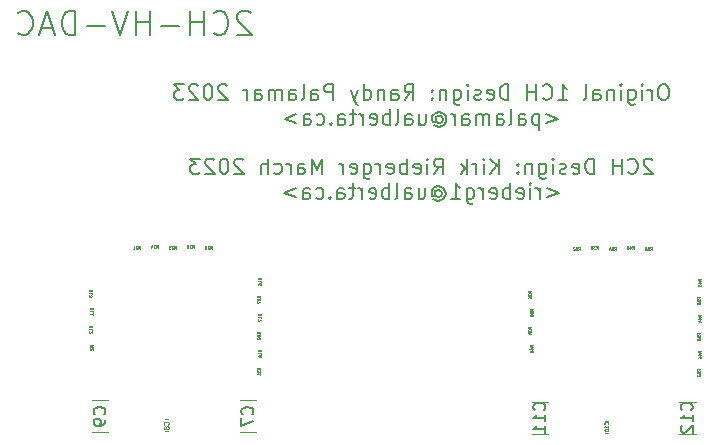
<source format=gbr>
%TF.GenerationSoftware,KiCad,Pcbnew,(6.0.1)*%
%TF.CreationDate,2023-03-14T12:55:58-06:00*%
%TF.ProjectId,SPARC,53504152-432e-46b6-9963-61645f706362,01*%
%TF.SameCoordinates,Original*%
%TF.FileFunction,Legend,Bot*%
%TF.FilePolarity,Positive*%
%FSLAX46Y46*%
G04 Gerber Fmt 4.6, Leading zero omitted, Abs format (unit mm)*
G04 Created by KiCad (PCBNEW (6.0.1)) date 2023-03-14 12:55:58*
%MOMM*%
%LPD*%
G01*
G04 APERTURE LIST*
%ADD10C,0.150000*%
%ADD11C,0.200000*%
%ADD12C,0.062500*%
%ADD13C,0.100000*%
%ADD14C,0.075000*%
%ADD15C,0.120000*%
G04 APERTURE END LIST*
D10*
X108957142Y-46895238D02*
X108861904Y-46800000D01*
X108671428Y-46704761D01*
X108195238Y-46704761D01*
X108004761Y-46800000D01*
X107909523Y-46895238D01*
X107814285Y-47085714D01*
X107814285Y-47276190D01*
X107909523Y-47561904D01*
X109052380Y-48704761D01*
X107814285Y-48704761D01*
X105814285Y-48514285D02*
X105909523Y-48609523D01*
X106195238Y-48704761D01*
X106385714Y-48704761D01*
X106671428Y-48609523D01*
X106861904Y-48419047D01*
X106957142Y-48228571D01*
X107052380Y-47847619D01*
X107052380Y-47561904D01*
X106957142Y-47180952D01*
X106861904Y-46990476D01*
X106671428Y-46800000D01*
X106385714Y-46704761D01*
X106195238Y-46704761D01*
X105909523Y-46800000D01*
X105814285Y-46895238D01*
X104957142Y-48704761D02*
X104957142Y-46704761D01*
X104957142Y-47657142D02*
X103814285Y-47657142D01*
X103814285Y-48704761D02*
X103814285Y-46704761D01*
X102861904Y-47942857D02*
X101338095Y-47942857D01*
X100385714Y-48704761D02*
X100385714Y-46704761D01*
X100385714Y-47657142D02*
X99242857Y-47657142D01*
X99242857Y-48704761D02*
X99242857Y-46704761D01*
X98576190Y-46704761D02*
X97909523Y-48704761D01*
X97242857Y-46704761D01*
X96576190Y-47942857D02*
X95052380Y-47942857D01*
X94100000Y-48704761D02*
X94100000Y-46704761D01*
X93623809Y-46704761D01*
X93338095Y-46800000D01*
X93147619Y-46990476D01*
X93052380Y-47180952D01*
X92957142Y-47561904D01*
X92957142Y-47847619D01*
X93052380Y-48228571D01*
X93147619Y-48419047D01*
X93338095Y-48609523D01*
X93623809Y-48704761D01*
X94100000Y-48704761D01*
X92195238Y-48133333D02*
X91242857Y-48133333D01*
X92385714Y-48704761D02*
X91719047Y-46704761D01*
X91052380Y-48704761D01*
X89242857Y-48514285D02*
X89338095Y-48609523D01*
X89623809Y-48704761D01*
X89814285Y-48704761D01*
X90100000Y-48609523D01*
X90290476Y-48419047D01*
X90385714Y-48228571D01*
X90480952Y-47847619D01*
X90480952Y-47561904D01*
X90385714Y-47180952D01*
X90290476Y-46990476D01*
X90100000Y-46800000D01*
X89814285Y-46704761D01*
X89623809Y-46704761D01*
X89338095Y-46800000D01*
X89242857Y-46895238D01*
D11*
X144014285Y-52902095D02*
X143766666Y-52902095D01*
X143642857Y-52964000D01*
X143519047Y-53087809D01*
X143457142Y-53335428D01*
X143457142Y-53768761D01*
X143519047Y-54016380D01*
X143642857Y-54140190D01*
X143766666Y-54202095D01*
X144014285Y-54202095D01*
X144138095Y-54140190D01*
X144261904Y-54016380D01*
X144323809Y-53768761D01*
X144323809Y-53335428D01*
X144261904Y-53087809D01*
X144138095Y-52964000D01*
X144014285Y-52902095D01*
X142900000Y-54202095D02*
X142900000Y-53335428D01*
X142900000Y-53583047D02*
X142838095Y-53459238D01*
X142776190Y-53397333D01*
X142652380Y-53335428D01*
X142528571Y-53335428D01*
X142095238Y-54202095D02*
X142095238Y-53335428D01*
X142095238Y-52902095D02*
X142157142Y-52964000D01*
X142095238Y-53025904D01*
X142033333Y-52964000D01*
X142095238Y-52902095D01*
X142095238Y-53025904D01*
X140919047Y-53335428D02*
X140919047Y-54387809D01*
X140980952Y-54511619D01*
X141042857Y-54573523D01*
X141166666Y-54635428D01*
X141352380Y-54635428D01*
X141476190Y-54573523D01*
X140919047Y-54140190D02*
X141042857Y-54202095D01*
X141290476Y-54202095D01*
X141414285Y-54140190D01*
X141476190Y-54078285D01*
X141538095Y-53954476D01*
X141538095Y-53583047D01*
X141476190Y-53459238D01*
X141414285Y-53397333D01*
X141290476Y-53335428D01*
X141042857Y-53335428D01*
X140919047Y-53397333D01*
X140300000Y-54202095D02*
X140300000Y-53335428D01*
X140300000Y-52902095D02*
X140361904Y-52964000D01*
X140300000Y-53025904D01*
X140238095Y-52964000D01*
X140300000Y-52902095D01*
X140300000Y-53025904D01*
X139680952Y-53335428D02*
X139680952Y-54202095D01*
X139680952Y-53459238D02*
X139619047Y-53397333D01*
X139495238Y-53335428D01*
X139309523Y-53335428D01*
X139185714Y-53397333D01*
X139123809Y-53521142D01*
X139123809Y-54202095D01*
X137947619Y-54202095D02*
X137947619Y-53521142D01*
X138009523Y-53397333D01*
X138133333Y-53335428D01*
X138380952Y-53335428D01*
X138504761Y-53397333D01*
X137947619Y-54140190D02*
X138071428Y-54202095D01*
X138380952Y-54202095D01*
X138504761Y-54140190D01*
X138566666Y-54016380D01*
X138566666Y-53892571D01*
X138504761Y-53768761D01*
X138380952Y-53706857D01*
X138071428Y-53706857D01*
X137947619Y-53644952D01*
X137142857Y-54202095D02*
X137266666Y-54140190D01*
X137328571Y-54016380D01*
X137328571Y-52902095D01*
X134976190Y-54202095D02*
X135719047Y-54202095D01*
X135347619Y-54202095D02*
X135347619Y-52902095D01*
X135471428Y-53087809D01*
X135595238Y-53211619D01*
X135719047Y-53273523D01*
X133676190Y-54078285D02*
X133738095Y-54140190D01*
X133923809Y-54202095D01*
X134047619Y-54202095D01*
X134233333Y-54140190D01*
X134357142Y-54016380D01*
X134419047Y-53892571D01*
X134480952Y-53644952D01*
X134480952Y-53459238D01*
X134419047Y-53211619D01*
X134357142Y-53087809D01*
X134233333Y-52964000D01*
X134047619Y-52902095D01*
X133923809Y-52902095D01*
X133738095Y-52964000D01*
X133676190Y-53025904D01*
X133119047Y-54202095D02*
X133119047Y-52902095D01*
X133119047Y-53521142D02*
X132376190Y-53521142D01*
X132376190Y-54202095D02*
X132376190Y-52902095D01*
X130766666Y-54202095D02*
X130766666Y-52902095D01*
X130457142Y-52902095D01*
X130271428Y-52964000D01*
X130147619Y-53087809D01*
X130085714Y-53211619D01*
X130023809Y-53459238D01*
X130023809Y-53644952D01*
X130085714Y-53892571D01*
X130147619Y-54016380D01*
X130271428Y-54140190D01*
X130457142Y-54202095D01*
X130766666Y-54202095D01*
X128971428Y-54140190D02*
X129095238Y-54202095D01*
X129342857Y-54202095D01*
X129466666Y-54140190D01*
X129528571Y-54016380D01*
X129528571Y-53521142D01*
X129466666Y-53397333D01*
X129342857Y-53335428D01*
X129095238Y-53335428D01*
X128971428Y-53397333D01*
X128909523Y-53521142D01*
X128909523Y-53644952D01*
X129528571Y-53768761D01*
X128414285Y-54140190D02*
X128290476Y-54202095D01*
X128042857Y-54202095D01*
X127919047Y-54140190D01*
X127857142Y-54016380D01*
X127857142Y-53954476D01*
X127919047Y-53830666D01*
X128042857Y-53768761D01*
X128228571Y-53768761D01*
X128352380Y-53706857D01*
X128414285Y-53583047D01*
X128414285Y-53521142D01*
X128352380Y-53397333D01*
X128228571Y-53335428D01*
X128042857Y-53335428D01*
X127919047Y-53397333D01*
X127300000Y-54202095D02*
X127300000Y-53335428D01*
X127300000Y-52902095D02*
X127361904Y-52964000D01*
X127300000Y-53025904D01*
X127238095Y-52964000D01*
X127300000Y-52902095D01*
X127300000Y-53025904D01*
X126123809Y-53335428D02*
X126123809Y-54387809D01*
X126185714Y-54511619D01*
X126247619Y-54573523D01*
X126371428Y-54635428D01*
X126557142Y-54635428D01*
X126680952Y-54573523D01*
X126123809Y-54140190D02*
X126247619Y-54202095D01*
X126495238Y-54202095D01*
X126619047Y-54140190D01*
X126680952Y-54078285D01*
X126742857Y-53954476D01*
X126742857Y-53583047D01*
X126680952Y-53459238D01*
X126619047Y-53397333D01*
X126495238Y-53335428D01*
X126247619Y-53335428D01*
X126123809Y-53397333D01*
X125504761Y-53335428D02*
X125504761Y-54202095D01*
X125504761Y-53459238D02*
X125442857Y-53397333D01*
X125319047Y-53335428D01*
X125133333Y-53335428D01*
X125009523Y-53397333D01*
X124947619Y-53521142D01*
X124947619Y-54202095D01*
X124328571Y-54078285D02*
X124266666Y-54140190D01*
X124328571Y-54202095D01*
X124390476Y-54140190D01*
X124328571Y-54078285D01*
X124328571Y-54202095D01*
X124328571Y-53397333D02*
X124266666Y-53459238D01*
X124328571Y-53521142D01*
X124390476Y-53459238D01*
X124328571Y-53397333D01*
X124328571Y-53521142D01*
X121976190Y-54202095D02*
X122409523Y-53583047D01*
X122719047Y-54202095D02*
X122719047Y-52902095D01*
X122223809Y-52902095D01*
X122100000Y-52964000D01*
X122038095Y-53025904D01*
X121976190Y-53149714D01*
X121976190Y-53335428D01*
X122038095Y-53459238D01*
X122100000Y-53521142D01*
X122223809Y-53583047D01*
X122719047Y-53583047D01*
X120861904Y-54202095D02*
X120861904Y-53521142D01*
X120923809Y-53397333D01*
X121047619Y-53335428D01*
X121295238Y-53335428D01*
X121419047Y-53397333D01*
X120861904Y-54140190D02*
X120985714Y-54202095D01*
X121295238Y-54202095D01*
X121419047Y-54140190D01*
X121480952Y-54016380D01*
X121480952Y-53892571D01*
X121419047Y-53768761D01*
X121295238Y-53706857D01*
X120985714Y-53706857D01*
X120861904Y-53644952D01*
X120242857Y-53335428D02*
X120242857Y-54202095D01*
X120242857Y-53459238D02*
X120180952Y-53397333D01*
X120057142Y-53335428D01*
X119871428Y-53335428D01*
X119747619Y-53397333D01*
X119685714Y-53521142D01*
X119685714Y-54202095D01*
X118509523Y-54202095D02*
X118509523Y-52902095D01*
X118509523Y-54140190D02*
X118633333Y-54202095D01*
X118880952Y-54202095D01*
X119004761Y-54140190D01*
X119066666Y-54078285D01*
X119128571Y-53954476D01*
X119128571Y-53583047D01*
X119066666Y-53459238D01*
X119004761Y-53397333D01*
X118880952Y-53335428D01*
X118633333Y-53335428D01*
X118509523Y-53397333D01*
X118014285Y-53335428D02*
X117704761Y-54202095D01*
X117395238Y-53335428D02*
X117704761Y-54202095D01*
X117828571Y-54511619D01*
X117890476Y-54573523D01*
X118014285Y-54635428D01*
X115909523Y-54202095D02*
X115909523Y-52902095D01*
X115414285Y-52902095D01*
X115290476Y-52964000D01*
X115228571Y-53025904D01*
X115166666Y-53149714D01*
X115166666Y-53335428D01*
X115228571Y-53459238D01*
X115290476Y-53521142D01*
X115414285Y-53583047D01*
X115909523Y-53583047D01*
X114052380Y-54202095D02*
X114052380Y-53521142D01*
X114114285Y-53397333D01*
X114238095Y-53335428D01*
X114485714Y-53335428D01*
X114609523Y-53397333D01*
X114052380Y-54140190D02*
X114176190Y-54202095D01*
X114485714Y-54202095D01*
X114609523Y-54140190D01*
X114671428Y-54016380D01*
X114671428Y-53892571D01*
X114609523Y-53768761D01*
X114485714Y-53706857D01*
X114176190Y-53706857D01*
X114052380Y-53644952D01*
X113247619Y-54202095D02*
X113371428Y-54140190D01*
X113433333Y-54016380D01*
X113433333Y-52902095D01*
X112195238Y-54202095D02*
X112195238Y-53521142D01*
X112257142Y-53397333D01*
X112380952Y-53335428D01*
X112628571Y-53335428D01*
X112752380Y-53397333D01*
X112195238Y-54140190D02*
X112319047Y-54202095D01*
X112628571Y-54202095D01*
X112752380Y-54140190D01*
X112814285Y-54016380D01*
X112814285Y-53892571D01*
X112752380Y-53768761D01*
X112628571Y-53706857D01*
X112319047Y-53706857D01*
X112195238Y-53644952D01*
X111576190Y-54202095D02*
X111576190Y-53335428D01*
X111576190Y-53459238D02*
X111514285Y-53397333D01*
X111390476Y-53335428D01*
X111204761Y-53335428D01*
X111080952Y-53397333D01*
X111019047Y-53521142D01*
X111019047Y-54202095D01*
X111019047Y-53521142D02*
X110957142Y-53397333D01*
X110833333Y-53335428D01*
X110647619Y-53335428D01*
X110523809Y-53397333D01*
X110461904Y-53521142D01*
X110461904Y-54202095D01*
X109285714Y-54202095D02*
X109285714Y-53521142D01*
X109347619Y-53397333D01*
X109471428Y-53335428D01*
X109719047Y-53335428D01*
X109842857Y-53397333D01*
X109285714Y-54140190D02*
X109409523Y-54202095D01*
X109719047Y-54202095D01*
X109842857Y-54140190D01*
X109904761Y-54016380D01*
X109904761Y-53892571D01*
X109842857Y-53768761D01*
X109719047Y-53706857D01*
X109409523Y-53706857D01*
X109285714Y-53644952D01*
X108666666Y-54202095D02*
X108666666Y-53335428D01*
X108666666Y-53583047D02*
X108604761Y-53459238D01*
X108542857Y-53397333D01*
X108419047Y-53335428D01*
X108295238Y-53335428D01*
X106933333Y-53025904D02*
X106871428Y-52964000D01*
X106747619Y-52902095D01*
X106438095Y-52902095D01*
X106314285Y-52964000D01*
X106252380Y-53025904D01*
X106190476Y-53149714D01*
X106190476Y-53273523D01*
X106252380Y-53459238D01*
X106995238Y-54202095D01*
X106190476Y-54202095D01*
X105385714Y-52902095D02*
X105261904Y-52902095D01*
X105138095Y-52964000D01*
X105076190Y-53025904D01*
X105014285Y-53149714D01*
X104952380Y-53397333D01*
X104952380Y-53706857D01*
X105014285Y-53954476D01*
X105076190Y-54078285D01*
X105138095Y-54140190D01*
X105261904Y-54202095D01*
X105385714Y-54202095D01*
X105509523Y-54140190D01*
X105571428Y-54078285D01*
X105633333Y-53954476D01*
X105695238Y-53706857D01*
X105695238Y-53397333D01*
X105633333Y-53149714D01*
X105571428Y-53025904D01*
X105509523Y-52964000D01*
X105385714Y-52902095D01*
X104457142Y-53025904D02*
X104395238Y-52964000D01*
X104271428Y-52902095D01*
X103961904Y-52902095D01*
X103838095Y-52964000D01*
X103776190Y-53025904D01*
X103714285Y-53149714D01*
X103714285Y-53273523D01*
X103776190Y-53459238D01*
X104519047Y-54202095D01*
X103714285Y-54202095D01*
X103280952Y-52902095D02*
X102476190Y-52902095D01*
X102909523Y-53397333D01*
X102723809Y-53397333D01*
X102600000Y-53459238D01*
X102538095Y-53521142D01*
X102476190Y-53644952D01*
X102476190Y-53954476D01*
X102538095Y-54078285D01*
X102600000Y-54140190D01*
X102723809Y-54202095D01*
X103095238Y-54202095D01*
X103219047Y-54140190D01*
X103280952Y-54078285D01*
X133985714Y-55428428D02*
X134976190Y-55799857D01*
X133985714Y-56171285D01*
X133366666Y-55428428D02*
X133366666Y-56728428D01*
X133366666Y-55490333D02*
X133242857Y-55428428D01*
X132995238Y-55428428D01*
X132871428Y-55490333D01*
X132809523Y-55552238D01*
X132747619Y-55676047D01*
X132747619Y-56047476D01*
X132809523Y-56171285D01*
X132871428Y-56233190D01*
X132995238Y-56295095D01*
X133242857Y-56295095D01*
X133366666Y-56233190D01*
X131633333Y-56295095D02*
X131633333Y-55614142D01*
X131695238Y-55490333D01*
X131819047Y-55428428D01*
X132066666Y-55428428D01*
X132190476Y-55490333D01*
X131633333Y-56233190D02*
X131757142Y-56295095D01*
X132066666Y-56295095D01*
X132190476Y-56233190D01*
X132252380Y-56109380D01*
X132252380Y-55985571D01*
X132190476Y-55861761D01*
X132066666Y-55799857D01*
X131757142Y-55799857D01*
X131633333Y-55737952D01*
X130828571Y-56295095D02*
X130952380Y-56233190D01*
X131014285Y-56109380D01*
X131014285Y-54995095D01*
X129776190Y-56295095D02*
X129776190Y-55614142D01*
X129838095Y-55490333D01*
X129961904Y-55428428D01*
X130209523Y-55428428D01*
X130333333Y-55490333D01*
X129776190Y-56233190D02*
X129900000Y-56295095D01*
X130209523Y-56295095D01*
X130333333Y-56233190D01*
X130395238Y-56109380D01*
X130395238Y-55985571D01*
X130333333Y-55861761D01*
X130209523Y-55799857D01*
X129900000Y-55799857D01*
X129776190Y-55737952D01*
X129157142Y-56295095D02*
X129157142Y-55428428D01*
X129157142Y-55552238D02*
X129095238Y-55490333D01*
X128971428Y-55428428D01*
X128785714Y-55428428D01*
X128661904Y-55490333D01*
X128600000Y-55614142D01*
X128600000Y-56295095D01*
X128600000Y-55614142D02*
X128538095Y-55490333D01*
X128414285Y-55428428D01*
X128228571Y-55428428D01*
X128104761Y-55490333D01*
X128042857Y-55614142D01*
X128042857Y-56295095D01*
X126866666Y-56295095D02*
X126866666Y-55614142D01*
X126928571Y-55490333D01*
X127052380Y-55428428D01*
X127300000Y-55428428D01*
X127423809Y-55490333D01*
X126866666Y-56233190D02*
X126990476Y-56295095D01*
X127300000Y-56295095D01*
X127423809Y-56233190D01*
X127485714Y-56109380D01*
X127485714Y-55985571D01*
X127423809Y-55861761D01*
X127300000Y-55799857D01*
X126990476Y-55799857D01*
X126866666Y-55737952D01*
X126247619Y-56295095D02*
X126247619Y-55428428D01*
X126247619Y-55676047D02*
X126185714Y-55552238D01*
X126123809Y-55490333D01*
X126000000Y-55428428D01*
X125876190Y-55428428D01*
X124638095Y-55676047D02*
X124700000Y-55614142D01*
X124823809Y-55552238D01*
X124947619Y-55552238D01*
X125071428Y-55614142D01*
X125133333Y-55676047D01*
X125195238Y-55799857D01*
X125195238Y-55923666D01*
X125133333Y-56047476D01*
X125071428Y-56109380D01*
X124947619Y-56171285D01*
X124823809Y-56171285D01*
X124700000Y-56109380D01*
X124638095Y-56047476D01*
X124638095Y-55552238D02*
X124638095Y-56047476D01*
X124576190Y-56109380D01*
X124514285Y-56109380D01*
X124390476Y-56047476D01*
X124328571Y-55923666D01*
X124328571Y-55614142D01*
X124452380Y-55428428D01*
X124638095Y-55304619D01*
X124885714Y-55242714D01*
X125133333Y-55304619D01*
X125319047Y-55428428D01*
X125442857Y-55614142D01*
X125504761Y-55861761D01*
X125442857Y-56109380D01*
X125319047Y-56295095D01*
X125133333Y-56418904D01*
X124885714Y-56480809D01*
X124638095Y-56418904D01*
X124452380Y-56295095D01*
X123214285Y-55428428D02*
X123214285Y-56295095D01*
X123771428Y-55428428D02*
X123771428Y-56109380D01*
X123709523Y-56233190D01*
X123585714Y-56295095D01*
X123400000Y-56295095D01*
X123276190Y-56233190D01*
X123214285Y-56171285D01*
X122038095Y-56295095D02*
X122038095Y-55614142D01*
X122100000Y-55490333D01*
X122223809Y-55428428D01*
X122471428Y-55428428D01*
X122595238Y-55490333D01*
X122038095Y-56233190D02*
X122161904Y-56295095D01*
X122471428Y-56295095D01*
X122595238Y-56233190D01*
X122657142Y-56109380D01*
X122657142Y-55985571D01*
X122595238Y-55861761D01*
X122471428Y-55799857D01*
X122161904Y-55799857D01*
X122038095Y-55737952D01*
X121233333Y-56295095D02*
X121357142Y-56233190D01*
X121419047Y-56109380D01*
X121419047Y-54995095D01*
X120738095Y-56295095D02*
X120738095Y-54995095D01*
X120738095Y-55490333D02*
X120614285Y-55428428D01*
X120366666Y-55428428D01*
X120242857Y-55490333D01*
X120180952Y-55552238D01*
X120119047Y-55676047D01*
X120119047Y-56047476D01*
X120180952Y-56171285D01*
X120242857Y-56233190D01*
X120366666Y-56295095D01*
X120614285Y-56295095D01*
X120738095Y-56233190D01*
X119066666Y-56233190D02*
X119190476Y-56295095D01*
X119438095Y-56295095D01*
X119561904Y-56233190D01*
X119623809Y-56109380D01*
X119623809Y-55614142D01*
X119561904Y-55490333D01*
X119438095Y-55428428D01*
X119190476Y-55428428D01*
X119066666Y-55490333D01*
X119004761Y-55614142D01*
X119004761Y-55737952D01*
X119623809Y-55861761D01*
X118447619Y-56295095D02*
X118447619Y-55428428D01*
X118447619Y-55676047D02*
X118385714Y-55552238D01*
X118323809Y-55490333D01*
X118200000Y-55428428D01*
X118076190Y-55428428D01*
X117828571Y-55428428D02*
X117333333Y-55428428D01*
X117642857Y-54995095D02*
X117642857Y-56109380D01*
X117580952Y-56233190D01*
X117457142Y-56295095D01*
X117333333Y-56295095D01*
X116342857Y-56295095D02*
X116342857Y-55614142D01*
X116404761Y-55490333D01*
X116528571Y-55428428D01*
X116776190Y-55428428D01*
X116900000Y-55490333D01*
X116342857Y-56233190D02*
X116466666Y-56295095D01*
X116776190Y-56295095D01*
X116900000Y-56233190D01*
X116961904Y-56109380D01*
X116961904Y-55985571D01*
X116900000Y-55861761D01*
X116776190Y-55799857D01*
X116466666Y-55799857D01*
X116342857Y-55737952D01*
X115723809Y-56171285D02*
X115661904Y-56233190D01*
X115723809Y-56295095D01*
X115785714Y-56233190D01*
X115723809Y-56171285D01*
X115723809Y-56295095D01*
X114547619Y-56233190D02*
X114671428Y-56295095D01*
X114919047Y-56295095D01*
X115042857Y-56233190D01*
X115104761Y-56171285D01*
X115166666Y-56047476D01*
X115166666Y-55676047D01*
X115104761Y-55552238D01*
X115042857Y-55490333D01*
X114919047Y-55428428D01*
X114671428Y-55428428D01*
X114547619Y-55490333D01*
X113433333Y-56295095D02*
X113433333Y-55614142D01*
X113495238Y-55490333D01*
X113619047Y-55428428D01*
X113866666Y-55428428D01*
X113990476Y-55490333D01*
X113433333Y-56233190D02*
X113557142Y-56295095D01*
X113866666Y-56295095D01*
X113990476Y-56233190D01*
X114052380Y-56109380D01*
X114052380Y-55985571D01*
X113990476Y-55861761D01*
X113866666Y-55799857D01*
X113557142Y-55799857D01*
X113433333Y-55737952D01*
X112814285Y-55428428D02*
X111823809Y-55799857D01*
X112814285Y-56171285D01*
X142961904Y-59304904D02*
X142900000Y-59243000D01*
X142776190Y-59181095D01*
X142466666Y-59181095D01*
X142342857Y-59243000D01*
X142280952Y-59304904D01*
X142219047Y-59428714D01*
X142219047Y-59552523D01*
X142280952Y-59738238D01*
X143023809Y-60481095D01*
X142219047Y-60481095D01*
X140919047Y-60357285D02*
X140980952Y-60419190D01*
X141166666Y-60481095D01*
X141290476Y-60481095D01*
X141476190Y-60419190D01*
X141600000Y-60295380D01*
X141661904Y-60171571D01*
X141723809Y-59923952D01*
X141723809Y-59738238D01*
X141661904Y-59490619D01*
X141600000Y-59366809D01*
X141476190Y-59243000D01*
X141290476Y-59181095D01*
X141166666Y-59181095D01*
X140980952Y-59243000D01*
X140919047Y-59304904D01*
X140361904Y-60481095D02*
X140361904Y-59181095D01*
X140361904Y-59800142D02*
X139619047Y-59800142D01*
X139619047Y-60481095D02*
X139619047Y-59181095D01*
X138009523Y-60481095D02*
X138009523Y-59181095D01*
X137700000Y-59181095D01*
X137514285Y-59243000D01*
X137390476Y-59366809D01*
X137328571Y-59490619D01*
X137266666Y-59738238D01*
X137266666Y-59923952D01*
X137328571Y-60171571D01*
X137390476Y-60295380D01*
X137514285Y-60419190D01*
X137700000Y-60481095D01*
X138009523Y-60481095D01*
X136214285Y-60419190D02*
X136338095Y-60481095D01*
X136585714Y-60481095D01*
X136709523Y-60419190D01*
X136771428Y-60295380D01*
X136771428Y-59800142D01*
X136709523Y-59676333D01*
X136585714Y-59614428D01*
X136338095Y-59614428D01*
X136214285Y-59676333D01*
X136152380Y-59800142D01*
X136152380Y-59923952D01*
X136771428Y-60047761D01*
X135657142Y-60419190D02*
X135533333Y-60481095D01*
X135285714Y-60481095D01*
X135161904Y-60419190D01*
X135100000Y-60295380D01*
X135100000Y-60233476D01*
X135161904Y-60109666D01*
X135285714Y-60047761D01*
X135471428Y-60047761D01*
X135595238Y-59985857D01*
X135657142Y-59862047D01*
X135657142Y-59800142D01*
X135595238Y-59676333D01*
X135471428Y-59614428D01*
X135285714Y-59614428D01*
X135161904Y-59676333D01*
X134542857Y-60481095D02*
X134542857Y-59614428D01*
X134542857Y-59181095D02*
X134604761Y-59243000D01*
X134542857Y-59304904D01*
X134480952Y-59243000D01*
X134542857Y-59181095D01*
X134542857Y-59304904D01*
X133366666Y-59614428D02*
X133366666Y-60666809D01*
X133428571Y-60790619D01*
X133490476Y-60852523D01*
X133614285Y-60914428D01*
X133800000Y-60914428D01*
X133923809Y-60852523D01*
X133366666Y-60419190D02*
X133490476Y-60481095D01*
X133738095Y-60481095D01*
X133861904Y-60419190D01*
X133923809Y-60357285D01*
X133985714Y-60233476D01*
X133985714Y-59862047D01*
X133923809Y-59738238D01*
X133861904Y-59676333D01*
X133738095Y-59614428D01*
X133490476Y-59614428D01*
X133366666Y-59676333D01*
X132747619Y-59614428D02*
X132747619Y-60481095D01*
X132747619Y-59738238D02*
X132685714Y-59676333D01*
X132561904Y-59614428D01*
X132376190Y-59614428D01*
X132252380Y-59676333D01*
X132190476Y-59800142D01*
X132190476Y-60481095D01*
X131571428Y-60357285D02*
X131509523Y-60419190D01*
X131571428Y-60481095D01*
X131633333Y-60419190D01*
X131571428Y-60357285D01*
X131571428Y-60481095D01*
X131571428Y-59676333D02*
X131509523Y-59738238D01*
X131571428Y-59800142D01*
X131633333Y-59738238D01*
X131571428Y-59676333D01*
X131571428Y-59800142D01*
X129961904Y-60481095D02*
X129961904Y-59181095D01*
X129219047Y-60481095D02*
X129776190Y-59738238D01*
X129219047Y-59181095D02*
X129961904Y-59923952D01*
X128661904Y-60481095D02*
X128661904Y-59614428D01*
X128661904Y-59181095D02*
X128723809Y-59243000D01*
X128661904Y-59304904D01*
X128600000Y-59243000D01*
X128661904Y-59181095D01*
X128661904Y-59304904D01*
X128042857Y-60481095D02*
X128042857Y-59614428D01*
X128042857Y-59862047D02*
X127980952Y-59738238D01*
X127919047Y-59676333D01*
X127795238Y-59614428D01*
X127671428Y-59614428D01*
X127238095Y-60481095D02*
X127238095Y-59181095D01*
X127114285Y-59985857D02*
X126742857Y-60481095D01*
X126742857Y-59614428D02*
X127238095Y-60109666D01*
X124452380Y-60481095D02*
X124885714Y-59862047D01*
X125195238Y-60481095D02*
X125195238Y-59181095D01*
X124700000Y-59181095D01*
X124576190Y-59243000D01*
X124514285Y-59304904D01*
X124452380Y-59428714D01*
X124452380Y-59614428D01*
X124514285Y-59738238D01*
X124576190Y-59800142D01*
X124700000Y-59862047D01*
X125195238Y-59862047D01*
X123895238Y-60481095D02*
X123895238Y-59614428D01*
X123895238Y-59181095D02*
X123957142Y-59243000D01*
X123895238Y-59304904D01*
X123833333Y-59243000D01*
X123895238Y-59181095D01*
X123895238Y-59304904D01*
X122780952Y-60419190D02*
X122904761Y-60481095D01*
X123152380Y-60481095D01*
X123276190Y-60419190D01*
X123338095Y-60295380D01*
X123338095Y-59800142D01*
X123276190Y-59676333D01*
X123152380Y-59614428D01*
X122904761Y-59614428D01*
X122780952Y-59676333D01*
X122719047Y-59800142D01*
X122719047Y-59923952D01*
X123338095Y-60047761D01*
X122161904Y-60481095D02*
X122161904Y-59181095D01*
X122161904Y-59676333D02*
X122038095Y-59614428D01*
X121790476Y-59614428D01*
X121666666Y-59676333D01*
X121604761Y-59738238D01*
X121542857Y-59862047D01*
X121542857Y-60233476D01*
X121604761Y-60357285D01*
X121666666Y-60419190D01*
X121790476Y-60481095D01*
X122038095Y-60481095D01*
X122161904Y-60419190D01*
X120490476Y-60419190D02*
X120614285Y-60481095D01*
X120861904Y-60481095D01*
X120985714Y-60419190D01*
X121047619Y-60295380D01*
X121047619Y-59800142D01*
X120985714Y-59676333D01*
X120861904Y-59614428D01*
X120614285Y-59614428D01*
X120490476Y-59676333D01*
X120428571Y-59800142D01*
X120428571Y-59923952D01*
X121047619Y-60047761D01*
X119871428Y-60481095D02*
X119871428Y-59614428D01*
X119871428Y-59862047D02*
X119809523Y-59738238D01*
X119747619Y-59676333D01*
X119623809Y-59614428D01*
X119500000Y-59614428D01*
X118509523Y-59614428D02*
X118509523Y-60666809D01*
X118571428Y-60790619D01*
X118633333Y-60852523D01*
X118757142Y-60914428D01*
X118942857Y-60914428D01*
X119066666Y-60852523D01*
X118509523Y-60419190D02*
X118633333Y-60481095D01*
X118880952Y-60481095D01*
X119004761Y-60419190D01*
X119066666Y-60357285D01*
X119128571Y-60233476D01*
X119128571Y-59862047D01*
X119066666Y-59738238D01*
X119004761Y-59676333D01*
X118880952Y-59614428D01*
X118633333Y-59614428D01*
X118509523Y-59676333D01*
X117395238Y-60419190D02*
X117519047Y-60481095D01*
X117766666Y-60481095D01*
X117890476Y-60419190D01*
X117952380Y-60295380D01*
X117952380Y-59800142D01*
X117890476Y-59676333D01*
X117766666Y-59614428D01*
X117519047Y-59614428D01*
X117395238Y-59676333D01*
X117333333Y-59800142D01*
X117333333Y-59923952D01*
X117952380Y-60047761D01*
X116776190Y-60481095D02*
X116776190Y-59614428D01*
X116776190Y-59862047D02*
X116714285Y-59738238D01*
X116652380Y-59676333D01*
X116528571Y-59614428D01*
X116404761Y-59614428D01*
X114980952Y-60481095D02*
X114980952Y-59181095D01*
X114547619Y-60109666D01*
X114114285Y-59181095D01*
X114114285Y-60481095D01*
X112938095Y-60481095D02*
X112938095Y-59800142D01*
X113000000Y-59676333D01*
X113123809Y-59614428D01*
X113371428Y-59614428D01*
X113495238Y-59676333D01*
X112938095Y-60419190D02*
X113061904Y-60481095D01*
X113371428Y-60481095D01*
X113495238Y-60419190D01*
X113557142Y-60295380D01*
X113557142Y-60171571D01*
X113495238Y-60047761D01*
X113371428Y-59985857D01*
X113061904Y-59985857D01*
X112938095Y-59923952D01*
X112319047Y-60481095D02*
X112319047Y-59614428D01*
X112319047Y-59862047D02*
X112257142Y-59738238D01*
X112195238Y-59676333D01*
X112071428Y-59614428D01*
X111947619Y-59614428D01*
X110957142Y-60419190D02*
X111080952Y-60481095D01*
X111328571Y-60481095D01*
X111452380Y-60419190D01*
X111514285Y-60357285D01*
X111576190Y-60233476D01*
X111576190Y-59862047D01*
X111514285Y-59738238D01*
X111452380Y-59676333D01*
X111328571Y-59614428D01*
X111080952Y-59614428D01*
X110957142Y-59676333D01*
X110400000Y-60481095D02*
X110400000Y-59181095D01*
X109842857Y-60481095D02*
X109842857Y-59800142D01*
X109904761Y-59676333D01*
X110028571Y-59614428D01*
X110214285Y-59614428D01*
X110338095Y-59676333D01*
X110400000Y-59738238D01*
X108295238Y-59304904D02*
X108233333Y-59243000D01*
X108109523Y-59181095D01*
X107800000Y-59181095D01*
X107676190Y-59243000D01*
X107614285Y-59304904D01*
X107552380Y-59428714D01*
X107552380Y-59552523D01*
X107614285Y-59738238D01*
X108357142Y-60481095D01*
X107552380Y-60481095D01*
X106747619Y-59181095D02*
X106623809Y-59181095D01*
X106500000Y-59243000D01*
X106438095Y-59304904D01*
X106376190Y-59428714D01*
X106314285Y-59676333D01*
X106314285Y-59985857D01*
X106376190Y-60233476D01*
X106438095Y-60357285D01*
X106500000Y-60419190D01*
X106623809Y-60481095D01*
X106747619Y-60481095D01*
X106871428Y-60419190D01*
X106933333Y-60357285D01*
X106995238Y-60233476D01*
X107057142Y-59985857D01*
X107057142Y-59676333D01*
X106995238Y-59428714D01*
X106933333Y-59304904D01*
X106871428Y-59243000D01*
X106747619Y-59181095D01*
X105819047Y-59304904D02*
X105757142Y-59243000D01*
X105633333Y-59181095D01*
X105323809Y-59181095D01*
X105200000Y-59243000D01*
X105138095Y-59304904D01*
X105076190Y-59428714D01*
X105076190Y-59552523D01*
X105138095Y-59738238D01*
X105880952Y-60481095D01*
X105076190Y-60481095D01*
X104642857Y-59181095D02*
X103838095Y-59181095D01*
X104271428Y-59676333D01*
X104085714Y-59676333D01*
X103961904Y-59738238D01*
X103900000Y-59800142D01*
X103838095Y-59923952D01*
X103838095Y-60233476D01*
X103900000Y-60357285D01*
X103961904Y-60419190D01*
X104085714Y-60481095D01*
X104457142Y-60481095D01*
X104580952Y-60419190D01*
X104642857Y-60357285D01*
X134047619Y-61707428D02*
X135038095Y-62078857D01*
X134047619Y-62450285D01*
X133428571Y-62574095D02*
X133428571Y-61707428D01*
X133428571Y-61955047D02*
X133366666Y-61831238D01*
X133304761Y-61769333D01*
X133180952Y-61707428D01*
X133057142Y-61707428D01*
X132623809Y-62574095D02*
X132623809Y-61707428D01*
X132623809Y-61274095D02*
X132685714Y-61336000D01*
X132623809Y-61397904D01*
X132561904Y-61336000D01*
X132623809Y-61274095D01*
X132623809Y-61397904D01*
X131509523Y-62512190D02*
X131633333Y-62574095D01*
X131880952Y-62574095D01*
X132004761Y-62512190D01*
X132066666Y-62388380D01*
X132066666Y-61893142D01*
X132004761Y-61769333D01*
X131880952Y-61707428D01*
X131633333Y-61707428D01*
X131509523Y-61769333D01*
X131447619Y-61893142D01*
X131447619Y-62016952D01*
X132066666Y-62140761D01*
X130890476Y-62574095D02*
X130890476Y-61274095D01*
X130890476Y-61769333D02*
X130766666Y-61707428D01*
X130519047Y-61707428D01*
X130395238Y-61769333D01*
X130333333Y-61831238D01*
X130271428Y-61955047D01*
X130271428Y-62326476D01*
X130333333Y-62450285D01*
X130395238Y-62512190D01*
X130519047Y-62574095D01*
X130766666Y-62574095D01*
X130890476Y-62512190D01*
X129219047Y-62512190D02*
X129342857Y-62574095D01*
X129590476Y-62574095D01*
X129714285Y-62512190D01*
X129776190Y-62388380D01*
X129776190Y-61893142D01*
X129714285Y-61769333D01*
X129590476Y-61707428D01*
X129342857Y-61707428D01*
X129219047Y-61769333D01*
X129157142Y-61893142D01*
X129157142Y-62016952D01*
X129776190Y-62140761D01*
X128600000Y-62574095D02*
X128600000Y-61707428D01*
X128600000Y-61955047D02*
X128538095Y-61831238D01*
X128476190Y-61769333D01*
X128352380Y-61707428D01*
X128228571Y-61707428D01*
X127238095Y-61707428D02*
X127238095Y-62759809D01*
X127300000Y-62883619D01*
X127361904Y-62945523D01*
X127485714Y-63007428D01*
X127671428Y-63007428D01*
X127795238Y-62945523D01*
X127238095Y-62512190D02*
X127361904Y-62574095D01*
X127609523Y-62574095D01*
X127733333Y-62512190D01*
X127795238Y-62450285D01*
X127857142Y-62326476D01*
X127857142Y-61955047D01*
X127795238Y-61831238D01*
X127733333Y-61769333D01*
X127609523Y-61707428D01*
X127361904Y-61707428D01*
X127238095Y-61769333D01*
X125938095Y-62574095D02*
X126680952Y-62574095D01*
X126309523Y-62574095D02*
X126309523Y-61274095D01*
X126433333Y-61459809D01*
X126557142Y-61583619D01*
X126680952Y-61645523D01*
X124576190Y-61955047D02*
X124638095Y-61893142D01*
X124761904Y-61831238D01*
X124885714Y-61831238D01*
X125009523Y-61893142D01*
X125071428Y-61955047D01*
X125133333Y-62078857D01*
X125133333Y-62202666D01*
X125071428Y-62326476D01*
X125009523Y-62388380D01*
X124885714Y-62450285D01*
X124761904Y-62450285D01*
X124638095Y-62388380D01*
X124576190Y-62326476D01*
X124576190Y-61831238D02*
X124576190Y-62326476D01*
X124514285Y-62388380D01*
X124452380Y-62388380D01*
X124328571Y-62326476D01*
X124266666Y-62202666D01*
X124266666Y-61893142D01*
X124390476Y-61707428D01*
X124576190Y-61583619D01*
X124823809Y-61521714D01*
X125071428Y-61583619D01*
X125257142Y-61707428D01*
X125380952Y-61893142D01*
X125442857Y-62140761D01*
X125380952Y-62388380D01*
X125257142Y-62574095D01*
X125071428Y-62697904D01*
X124823809Y-62759809D01*
X124576190Y-62697904D01*
X124390476Y-62574095D01*
X123152380Y-61707428D02*
X123152380Y-62574095D01*
X123709523Y-61707428D02*
X123709523Y-62388380D01*
X123647619Y-62512190D01*
X123523809Y-62574095D01*
X123338095Y-62574095D01*
X123214285Y-62512190D01*
X123152380Y-62450285D01*
X121976190Y-62574095D02*
X121976190Y-61893142D01*
X122038095Y-61769333D01*
X122161904Y-61707428D01*
X122409523Y-61707428D01*
X122533333Y-61769333D01*
X121976190Y-62512190D02*
X122100000Y-62574095D01*
X122409523Y-62574095D01*
X122533333Y-62512190D01*
X122595238Y-62388380D01*
X122595238Y-62264571D01*
X122533333Y-62140761D01*
X122409523Y-62078857D01*
X122100000Y-62078857D01*
X121976190Y-62016952D01*
X121171428Y-62574095D02*
X121295238Y-62512190D01*
X121357142Y-62388380D01*
X121357142Y-61274095D01*
X120676190Y-62574095D02*
X120676190Y-61274095D01*
X120676190Y-61769333D02*
X120552380Y-61707428D01*
X120304761Y-61707428D01*
X120180952Y-61769333D01*
X120119047Y-61831238D01*
X120057142Y-61955047D01*
X120057142Y-62326476D01*
X120119047Y-62450285D01*
X120180952Y-62512190D01*
X120304761Y-62574095D01*
X120552380Y-62574095D01*
X120676190Y-62512190D01*
X119004761Y-62512190D02*
X119128571Y-62574095D01*
X119376190Y-62574095D01*
X119500000Y-62512190D01*
X119561904Y-62388380D01*
X119561904Y-61893142D01*
X119500000Y-61769333D01*
X119376190Y-61707428D01*
X119128571Y-61707428D01*
X119004761Y-61769333D01*
X118942857Y-61893142D01*
X118942857Y-62016952D01*
X119561904Y-62140761D01*
X118385714Y-62574095D02*
X118385714Y-61707428D01*
X118385714Y-61955047D02*
X118323809Y-61831238D01*
X118261904Y-61769333D01*
X118138095Y-61707428D01*
X118014285Y-61707428D01*
X117766666Y-61707428D02*
X117271428Y-61707428D01*
X117580952Y-61274095D02*
X117580952Y-62388380D01*
X117519047Y-62512190D01*
X117395238Y-62574095D01*
X117271428Y-62574095D01*
X116280952Y-62574095D02*
X116280952Y-61893142D01*
X116342857Y-61769333D01*
X116466666Y-61707428D01*
X116714285Y-61707428D01*
X116838095Y-61769333D01*
X116280952Y-62512190D02*
X116404761Y-62574095D01*
X116714285Y-62574095D01*
X116838095Y-62512190D01*
X116900000Y-62388380D01*
X116900000Y-62264571D01*
X116838095Y-62140761D01*
X116714285Y-62078857D01*
X116404761Y-62078857D01*
X116280952Y-62016952D01*
X115661904Y-62450285D02*
X115600000Y-62512190D01*
X115661904Y-62574095D01*
X115723809Y-62512190D01*
X115661904Y-62450285D01*
X115661904Y-62574095D01*
X114485714Y-62512190D02*
X114609523Y-62574095D01*
X114857142Y-62574095D01*
X114980952Y-62512190D01*
X115042857Y-62450285D01*
X115104761Y-62326476D01*
X115104761Y-61955047D01*
X115042857Y-61831238D01*
X114980952Y-61769333D01*
X114857142Y-61707428D01*
X114609523Y-61707428D01*
X114485714Y-61769333D01*
X113371428Y-62574095D02*
X113371428Y-61893142D01*
X113433333Y-61769333D01*
X113557142Y-61707428D01*
X113804761Y-61707428D01*
X113928571Y-61769333D01*
X113371428Y-62512190D02*
X113495238Y-62574095D01*
X113804761Y-62574095D01*
X113928571Y-62512190D01*
X113990476Y-62388380D01*
X113990476Y-62264571D01*
X113928571Y-62140761D01*
X113804761Y-62078857D01*
X113495238Y-62078857D01*
X113371428Y-62016952D01*
X112752380Y-61707428D02*
X111761904Y-62078857D01*
X112752380Y-62450285D01*
D12*
%TO.C,R44*%
X147097777Y-72569285D02*
X146978729Y-72485952D01*
X147097777Y-72426428D02*
X146847777Y-72426428D01*
X146847777Y-72521666D01*
X146859682Y-72545476D01*
X146871586Y-72557380D01*
X146895396Y-72569285D01*
X146931110Y-72569285D01*
X146954920Y-72557380D01*
X146966824Y-72545476D01*
X146978729Y-72521666D01*
X146978729Y-72426428D01*
X146931110Y-72783571D02*
X147097777Y-72783571D01*
X146835872Y-72724047D02*
X147014443Y-72664523D01*
X147014443Y-72819285D01*
X146931110Y-73021666D02*
X147097777Y-73021666D01*
X146835872Y-72962142D02*
X147014443Y-72902619D01*
X147014443Y-73057380D01*
D10*
%TO.C,C9*%
X96547324Y-80833933D02*
X96594943Y-80786314D01*
X96642562Y-80643457D01*
X96642562Y-80548219D01*
X96594943Y-80405361D01*
X96499705Y-80310123D01*
X96404467Y-80262504D01*
X96213991Y-80214885D01*
X96071134Y-80214885D01*
X95880658Y-80262504D01*
X95785420Y-80310123D01*
X95690182Y-80405361D01*
X95642562Y-80548219D01*
X95642562Y-80643457D01*
X95690182Y-80786314D01*
X95737801Y-80833933D01*
X96642562Y-81310123D02*
X96642562Y-81500600D01*
X96594943Y-81595838D01*
X96547324Y-81643457D01*
X96404467Y-81738695D01*
X96213991Y-81786314D01*
X95833039Y-81786314D01*
X95737801Y-81738695D01*
X95690182Y-81691076D01*
X95642562Y-81595838D01*
X95642562Y-81405361D01*
X95690182Y-81310123D01*
X95737801Y-81262504D01*
X95833039Y-81214885D01*
X96071134Y-81214885D01*
X96166372Y-81262504D01*
X96213991Y-81310123D01*
X96261610Y-81405361D01*
X96261610Y-81595838D01*
X96213991Y-81691076D01*
X96166372Y-81738695D01*
X96071134Y-81786314D01*
%TO.C,C7*%
X109065824Y-80833933D02*
X109113443Y-80786314D01*
X109161062Y-80643457D01*
X109161062Y-80548219D01*
X109113443Y-80405361D01*
X109018205Y-80310123D01*
X108922967Y-80262504D01*
X108732491Y-80214885D01*
X108589634Y-80214885D01*
X108399158Y-80262504D01*
X108303920Y-80310123D01*
X108208682Y-80405361D01*
X108161062Y-80548219D01*
X108161062Y-80643457D01*
X108208682Y-80786314D01*
X108256301Y-80833933D01*
X108161062Y-81167266D02*
X108161062Y-81833933D01*
X109161062Y-81405361D01*
D12*
%TO.C,R31*%
X109753777Y-77029885D02*
X109634729Y-76946552D01*
X109753777Y-76887028D02*
X109503777Y-76887028D01*
X109503777Y-76982266D01*
X109515682Y-77006076D01*
X109527586Y-77017980D01*
X109551396Y-77029885D01*
X109587110Y-77029885D01*
X109610920Y-77017980D01*
X109622824Y-77006076D01*
X109634729Y-76982266D01*
X109634729Y-76887028D01*
X109503777Y-77113219D02*
X109503777Y-77267980D01*
X109599015Y-77184647D01*
X109599015Y-77220361D01*
X109610920Y-77244171D01*
X109622824Y-77256076D01*
X109646634Y-77267980D01*
X109706158Y-77267980D01*
X109729967Y-77256076D01*
X109741872Y-77244171D01*
X109753777Y-77220361D01*
X109753777Y-77148933D01*
X109741872Y-77125123D01*
X109729967Y-77113219D01*
X109753777Y-77506076D02*
X109753777Y-77363219D01*
X109753777Y-77434647D02*
X109503777Y-77434647D01*
X109539491Y-77410838D01*
X109563301Y-77387028D01*
X109575205Y-77363219D01*
%TO.C,R58*%
X146997777Y-71045285D02*
X146878729Y-70961952D01*
X146997777Y-70902428D02*
X146747777Y-70902428D01*
X146747777Y-70997666D01*
X146759682Y-71021476D01*
X146771586Y-71033380D01*
X146795396Y-71045285D01*
X146831110Y-71045285D01*
X146854920Y-71033380D01*
X146866824Y-71021476D01*
X146878729Y-70997666D01*
X146878729Y-70902428D01*
X146747777Y-71271476D02*
X146747777Y-71152428D01*
X146866824Y-71140523D01*
X146854920Y-71152428D01*
X146843015Y-71176238D01*
X146843015Y-71235761D01*
X146854920Y-71259571D01*
X146866824Y-71271476D01*
X146890634Y-71283380D01*
X146950158Y-71283380D01*
X146973967Y-71271476D01*
X146985872Y-71259571D01*
X146997777Y-71235761D01*
X146997777Y-71176238D01*
X146985872Y-71152428D01*
X146973967Y-71140523D01*
X146854920Y-71426238D02*
X146843015Y-71402428D01*
X146831110Y-71390523D01*
X146807301Y-71378619D01*
X146795396Y-71378619D01*
X146771586Y-71390523D01*
X146759682Y-71402428D01*
X146747777Y-71426238D01*
X146747777Y-71473857D01*
X146759682Y-71497666D01*
X146771586Y-71509571D01*
X146795396Y-71521476D01*
X146807301Y-71521476D01*
X146831110Y-71509571D01*
X146843015Y-71497666D01*
X146854920Y-71473857D01*
X146854920Y-71426238D01*
X146866824Y-71402428D01*
X146878729Y-71390523D01*
X146902539Y-71378619D01*
X146950158Y-71378619D01*
X146973967Y-71390523D01*
X146985872Y-71402428D01*
X146997777Y-71426238D01*
X146997777Y-71473857D01*
X146985872Y-71497666D01*
X146973967Y-71509571D01*
X146950158Y-71521476D01*
X146902539Y-71521476D01*
X146878729Y-71509571D01*
X146866824Y-71497666D01*
X146854920Y-71473857D01*
%TO.C,R60*%
X146997777Y-74093285D02*
X146878729Y-74009952D01*
X146997777Y-73950428D02*
X146747777Y-73950428D01*
X146747777Y-74045666D01*
X146759682Y-74069476D01*
X146771586Y-74081380D01*
X146795396Y-74093285D01*
X146831110Y-74093285D01*
X146854920Y-74081380D01*
X146866824Y-74069476D01*
X146878729Y-74045666D01*
X146878729Y-73950428D01*
X146747777Y-74307571D02*
X146747777Y-74259952D01*
X146759682Y-74236142D01*
X146771586Y-74224238D01*
X146807301Y-74200428D01*
X146854920Y-74188523D01*
X146950158Y-74188523D01*
X146973967Y-74200428D01*
X146985872Y-74212333D01*
X146997777Y-74236142D01*
X146997777Y-74283761D01*
X146985872Y-74307571D01*
X146973967Y-74319476D01*
X146950158Y-74331380D01*
X146890634Y-74331380D01*
X146866824Y-74319476D01*
X146854920Y-74307571D01*
X146843015Y-74283761D01*
X146843015Y-74236142D01*
X146854920Y-74212333D01*
X146866824Y-74200428D01*
X146890634Y-74188523D01*
X146747777Y-74486142D02*
X146747777Y-74509952D01*
X146759682Y-74533761D01*
X146771586Y-74545666D01*
X146795396Y-74557571D01*
X146843015Y-74569476D01*
X146902539Y-74569476D01*
X146950158Y-74557571D01*
X146973967Y-74545666D01*
X146985872Y-74533761D01*
X146997777Y-74509952D01*
X146997777Y-74486142D01*
X146985872Y-74462333D01*
X146973967Y-74450428D01*
X146950158Y-74438523D01*
X146902539Y-74426619D01*
X146843015Y-74426619D01*
X146795396Y-74438523D01*
X146771586Y-74450428D01*
X146759682Y-74462333D01*
X146747777Y-74486142D01*
%TO.C,R38*%
X138205396Y-66828095D02*
X138288729Y-66709047D01*
X138348253Y-66828095D02*
X138348253Y-66578095D01*
X138253015Y-66578095D01*
X138229205Y-66590000D01*
X138217301Y-66601904D01*
X138205396Y-66625714D01*
X138205396Y-66661428D01*
X138217301Y-66685238D01*
X138229205Y-66697142D01*
X138253015Y-66709047D01*
X138348253Y-66709047D01*
X138122062Y-66578095D02*
X137967301Y-66578095D01*
X138050634Y-66673333D01*
X138014920Y-66673333D01*
X137991110Y-66685238D01*
X137979205Y-66697142D01*
X137967301Y-66720952D01*
X137967301Y-66780476D01*
X137979205Y-66804285D01*
X137991110Y-66816190D01*
X138014920Y-66828095D01*
X138086348Y-66828095D01*
X138110158Y-66816190D01*
X138122062Y-66804285D01*
X137824443Y-66685238D02*
X137848253Y-66673333D01*
X137860158Y-66661428D01*
X137872062Y-66637619D01*
X137872062Y-66625714D01*
X137860158Y-66601904D01*
X137848253Y-66590000D01*
X137824443Y-66578095D01*
X137776824Y-66578095D01*
X137753015Y-66590000D01*
X137741110Y-66601904D01*
X137729205Y-66625714D01*
X137729205Y-66637619D01*
X137741110Y-66661428D01*
X137753015Y-66673333D01*
X137776824Y-66685238D01*
X137824443Y-66685238D01*
X137848253Y-66697142D01*
X137860158Y-66709047D01*
X137872062Y-66732857D01*
X137872062Y-66780476D01*
X137860158Y-66804285D01*
X137848253Y-66816190D01*
X137824443Y-66828095D01*
X137776824Y-66828095D01*
X137753015Y-66816190D01*
X137741110Y-66804285D01*
X137729205Y-66780476D01*
X137729205Y-66732857D01*
X137741110Y-66709047D01*
X137753015Y-66697142D01*
X137776824Y-66685238D01*
%TO.C,R52*%
X136681396Y-66928095D02*
X136764729Y-66809047D01*
X136824253Y-66928095D02*
X136824253Y-66678095D01*
X136729015Y-66678095D01*
X136705205Y-66690000D01*
X136693301Y-66701904D01*
X136681396Y-66725714D01*
X136681396Y-66761428D01*
X136693301Y-66785238D01*
X136705205Y-66797142D01*
X136729015Y-66809047D01*
X136824253Y-66809047D01*
X136455205Y-66678095D02*
X136574253Y-66678095D01*
X136586158Y-66797142D01*
X136574253Y-66785238D01*
X136550443Y-66773333D01*
X136490920Y-66773333D01*
X136467110Y-66785238D01*
X136455205Y-66797142D01*
X136443301Y-66820952D01*
X136443301Y-66880476D01*
X136455205Y-66904285D01*
X136467110Y-66916190D01*
X136490920Y-66928095D01*
X136550443Y-66928095D01*
X136574253Y-66916190D01*
X136586158Y-66904285D01*
X136348062Y-66701904D02*
X136336158Y-66690000D01*
X136312348Y-66678095D01*
X136252824Y-66678095D01*
X136229015Y-66690000D01*
X136217110Y-66701904D01*
X136205205Y-66725714D01*
X136205205Y-66749523D01*
X136217110Y-66785238D01*
X136359967Y-66928095D01*
X136205205Y-66928095D01*
%TO.C,R14*%
X100961396Y-66716695D02*
X101044729Y-66597647D01*
X101104253Y-66716695D02*
X101104253Y-66466695D01*
X101009015Y-66466695D01*
X100985205Y-66478600D01*
X100973301Y-66490504D01*
X100961396Y-66514314D01*
X100961396Y-66550028D01*
X100973301Y-66573838D01*
X100985205Y-66585742D01*
X101009015Y-66597647D01*
X101104253Y-66597647D01*
X100723301Y-66716695D02*
X100866158Y-66716695D01*
X100794729Y-66716695D02*
X100794729Y-66466695D01*
X100818539Y-66502409D01*
X100842348Y-66526219D01*
X100866158Y-66538123D01*
X100509015Y-66550028D02*
X100509015Y-66716695D01*
X100568539Y-66454790D02*
X100628062Y-66633361D01*
X100473301Y-66633361D01*
%TO.C,R50*%
X132810777Y-72061285D02*
X132691729Y-71977952D01*
X132810777Y-71918428D02*
X132560777Y-71918428D01*
X132560777Y-72013666D01*
X132572682Y-72037476D01*
X132584586Y-72049380D01*
X132608396Y-72061285D01*
X132644110Y-72061285D01*
X132667920Y-72049380D01*
X132679824Y-72037476D01*
X132691729Y-72013666D01*
X132691729Y-71918428D01*
X132560777Y-72287476D02*
X132560777Y-72168428D01*
X132679824Y-72156523D01*
X132667920Y-72168428D01*
X132656015Y-72192238D01*
X132656015Y-72251761D01*
X132667920Y-72275571D01*
X132679824Y-72287476D01*
X132703634Y-72299380D01*
X132763158Y-72299380D01*
X132786967Y-72287476D01*
X132798872Y-72275571D01*
X132810777Y-72251761D01*
X132810777Y-72192238D01*
X132798872Y-72168428D01*
X132786967Y-72156523D01*
X132560777Y-72454142D02*
X132560777Y-72477952D01*
X132572682Y-72501761D01*
X132584586Y-72513666D01*
X132608396Y-72525571D01*
X132656015Y-72537476D01*
X132715539Y-72537476D01*
X132763158Y-72525571D01*
X132786967Y-72513666D01*
X132798872Y-72501761D01*
X132810777Y-72477952D01*
X132810777Y-72454142D01*
X132798872Y-72430333D01*
X132786967Y-72418428D01*
X132763158Y-72406523D01*
X132715539Y-72394619D01*
X132656015Y-72394619D01*
X132608396Y-72406523D01*
X132584586Y-72418428D01*
X132572682Y-72430333D01*
X132560777Y-72454142D01*
%TO.C,R54*%
X139729396Y-66928095D02*
X139812729Y-66809047D01*
X139872253Y-66928095D02*
X139872253Y-66678095D01*
X139777015Y-66678095D01*
X139753205Y-66690000D01*
X139741301Y-66701904D01*
X139729396Y-66725714D01*
X139729396Y-66761428D01*
X139741301Y-66785238D01*
X139753205Y-66797142D01*
X139777015Y-66809047D01*
X139872253Y-66809047D01*
X139503205Y-66678095D02*
X139622253Y-66678095D01*
X139634158Y-66797142D01*
X139622253Y-66785238D01*
X139598443Y-66773333D01*
X139538920Y-66773333D01*
X139515110Y-66785238D01*
X139503205Y-66797142D01*
X139491301Y-66820952D01*
X139491301Y-66880476D01*
X139503205Y-66904285D01*
X139515110Y-66916190D01*
X139538920Y-66928095D01*
X139598443Y-66928095D01*
X139622253Y-66916190D01*
X139634158Y-66904285D01*
X139277015Y-66761428D02*
X139277015Y-66928095D01*
X139336539Y-66666190D02*
X139396062Y-66844761D01*
X139241301Y-66844761D01*
%TO.C,R13*%
X95466777Y-70425885D02*
X95347729Y-70342552D01*
X95466777Y-70283028D02*
X95216777Y-70283028D01*
X95216777Y-70378266D01*
X95228682Y-70402076D01*
X95240586Y-70413980D01*
X95264396Y-70425885D01*
X95300110Y-70425885D01*
X95323920Y-70413980D01*
X95335824Y-70402076D01*
X95347729Y-70378266D01*
X95347729Y-70283028D01*
X95466777Y-70663980D02*
X95466777Y-70521123D01*
X95466777Y-70592552D02*
X95216777Y-70592552D01*
X95252491Y-70568742D01*
X95276301Y-70544933D01*
X95288205Y-70521123D01*
X95216777Y-70747314D02*
X95216777Y-70902076D01*
X95312015Y-70818742D01*
X95312015Y-70854457D01*
X95323920Y-70878266D01*
X95335824Y-70890171D01*
X95359634Y-70902076D01*
X95419158Y-70902076D01*
X95442967Y-70890171D01*
X95454872Y-70878266D01*
X95466777Y-70854457D01*
X95466777Y-70783028D01*
X95454872Y-70759219D01*
X95442967Y-70747314D01*
D13*
%TO.C,C8*%
X101959539Y-81695933D02*
X101978586Y-81676885D01*
X101997634Y-81619742D01*
X101997634Y-81581647D01*
X101978586Y-81524504D01*
X101940491Y-81486409D01*
X101902396Y-81467361D01*
X101826205Y-81448314D01*
X101769062Y-81448314D01*
X101692872Y-81467361D01*
X101654777Y-81486409D01*
X101616682Y-81524504D01*
X101597634Y-81581647D01*
X101597634Y-81619742D01*
X101616682Y-81676885D01*
X101635729Y-81695933D01*
X101769062Y-81924504D02*
X101750015Y-81886409D01*
X101730967Y-81867361D01*
X101692872Y-81848314D01*
X101673824Y-81848314D01*
X101635729Y-81867361D01*
X101616682Y-81886409D01*
X101597634Y-81924504D01*
X101597634Y-82000695D01*
X101616682Y-82038790D01*
X101635729Y-82057838D01*
X101673824Y-82076885D01*
X101692872Y-82076885D01*
X101730967Y-82057838D01*
X101750015Y-82038790D01*
X101769062Y-82000695D01*
X101769062Y-81924504D01*
X101788110Y-81886409D01*
X101807158Y-81867361D01*
X101845253Y-81848314D01*
X101921443Y-81848314D01*
X101959539Y-81867361D01*
X101978586Y-81886409D01*
X101997634Y-81924504D01*
X101997634Y-82000695D01*
X101978586Y-82038790D01*
X101959539Y-82057838D01*
X101921443Y-82076885D01*
X101845253Y-82076885D01*
X101807158Y-82057838D01*
X101788110Y-82038790D01*
X101769062Y-82000695D01*
D12*
%TO.C,R48*%
X132810777Y-75109285D02*
X132691729Y-75025952D01*
X132810777Y-74966428D02*
X132560777Y-74966428D01*
X132560777Y-75061666D01*
X132572682Y-75085476D01*
X132584586Y-75097380D01*
X132608396Y-75109285D01*
X132644110Y-75109285D01*
X132667920Y-75097380D01*
X132679824Y-75085476D01*
X132691729Y-75061666D01*
X132691729Y-74966428D01*
X132644110Y-75323571D02*
X132810777Y-75323571D01*
X132548872Y-75264047D02*
X132727443Y-75204523D01*
X132727443Y-75359285D01*
X132667920Y-75490238D02*
X132656015Y-75466428D01*
X132644110Y-75454523D01*
X132620301Y-75442619D01*
X132608396Y-75442619D01*
X132584586Y-75454523D01*
X132572682Y-75466428D01*
X132560777Y-75490238D01*
X132560777Y-75537857D01*
X132572682Y-75561666D01*
X132584586Y-75573571D01*
X132608396Y-75585476D01*
X132620301Y-75585476D01*
X132644110Y-75573571D01*
X132656015Y-75561666D01*
X132667920Y-75537857D01*
X132667920Y-75490238D01*
X132679824Y-75466428D01*
X132691729Y-75454523D01*
X132715539Y-75442619D01*
X132763158Y-75442619D01*
X132786967Y-75454523D01*
X132798872Y-75466428D01*
X132810777Y-75490238D01*
X132810777Y-75537857D01*
X132798872Y-75561666D01*
X132786967Y-75573571D01*
X132763158Y-75585476D01*
X132715539Y-75585476D01*
X132691729Y-75573571D01*
X132679824Y-75561666D01*
X132667920Y-75537857D01*
D10*
%TO.C,C11*%
X133791324Y-80469142D02*
X133838943Y-80421523D01*
X133886562Y-80278666D01*
X133886562Y-80183428D01*
X133838943Y-80040571D01*
X133743705Y-79945333D01*
X133648467Y-79897714D01*
X133457991Y-79850095D01*
X133315134Y-79850095D01*
X133124658Y-79897714D01*
X133029420Y-79945333D01*
X132934182Y-80040571D01*
X132886562Y-80183428D01*
X132886562Y-80278666D01*
X132934182Y-80421523D01*
X132981801Y-80469142D01*
X133886562Y-81421523D02*
X133886562Y-80850095D01*
X133886562Y-81135809D02*
X132886562Y-81135809D01*
X133029420Y-81040571D01*
X133124658Y-80945333D01*
X133172277Y-80850095D01*
X133886562Y-82373904D02*
X133886562Y-81802476D01*
X133886562Y-82088190D02*
X132886562Y-82088190D01*
X133029420Y-81992952D01*
X133124658Y-81897714D01*
X133172277Y-81802476D01*
D12*
%TO.C,R23*%
X102485396Y-66816695D02*
X102568729Y-66697647D01*
X102628253Y-66816695D02*
X102628253Y-66566695D01*
X102533015Y-66566695D01*
X102509205Y-66578600D01*
X102497301Y-66590504D01*
X102485396Y-66614314D01*
X102485396Y-66650028D01*
X102497301Y-66673838D01*
X102509205Y-66685742D01*
X102533015Y-66697647D01*
X102628253Y-66697647D01*
X102390158Y-66590504D02*
X102378253Y-66578600D01*
X102354443Y-66566695D01*
X102294920Y-66566695D01*
X102271110Y-66578600D01*
X102259205Y-66590504D01*
X102247301Y-66614314D01*
X102247301Y-66638123D01*
X102259205Y-66673838D01*
X102402062Y-66816695D01*
X102247301Y-66816695D01*
X102163967Y-66566695D02*
X102009205Y-66566695D01*
X102092539Y-66661933D01*
X102056824Y-66661933D01*
X102033015Y-66673838D01*
X102021110Y-66685742D01*
X102009205Y-66709552D01*
X102009205Y-66769076D01*
X102021110Y-66792885D01*
X102033015Y-66804790D01*
X102056824Y-66816695D01*
X102128253Y-66816695D01*
X102152062Y-66804790D01*
X102163967Y-66792885D01*
%TO.C,R29*%
X109753777Y-73981885D02*
X109634729Y-73898552D01*
X109753777Y-73839028D02*
X109503777Y-73839028D01*
X109503777Y-73934266D01*
X109515682Y-73958076D01*
X109527586Y-73969980D01*
X109551396Y-73981885D01*
X109587110Y-73981885D01*
X109610920Y-73969980D01*
X109622824Y-73958076D01*
X109634729Y-73934266D01*
X109634729Y-73839028D01*
X109527586Y-74077123D02*
X109515682Y-74089028D01*
X109503777Y-74112838D01*
X109503777Y-74172361D01*
X109515682Y-74196171D01*
X109527586Y-74208076D01*
X109551396Y-74219980D01*
X109575205Y-74219980D01*
X109610920Y-74208076D01*
X109753777Y-74065219D01*
X109753777Y-74219980D01*
X109753777Y-74339028D02*
X109753777Y-74386647D01*
X109741872Y-74410457D01*
X109729967Y-74422361D01*
X109694253Y-74446171D01*
X109646634Y-74458076D01*
X109551396Y-74458076D01*
X109527586Y-74446171D01*
X109515682Y-74434266D01*
X109503777Y-74410457D01*
X109503777Y-74362838D01*
X109515682Y-74339028D01*
X109527586Y-74327123D01*
X109551396Y-74315219D01*
X109610920Y-74315219D01*
X109634729Y-74327123D01*
X109646634Y-74339028D01*
X109658539Y-74362838D01*
X109658539Y-74410457D01*
X109646634Y-74434266D01*
X109634729Y-74446171D01*
X109610920Y-74458076D01*
D10*
%TO.C,C12*%
X146259824Y-80469142D02*
X146307443Y-80421523D01*
X146355062Y-80278666D01*
X146355062Y-80183428D01*
X146307443Y-80040571D01*
X146212205Y-79945333D01*
X146116967Y-79897714D01*
X145926491Y-79850095D01*
X145783634Y-79850095D01*
X145593158Y-79897714D01*
X145497920Y-79945333D01*
X145402682Y-80040571D01*
X145355062Y-80183428D01*
X145355062Y-80278666D01*
X145402682Y-80421523D01*
X145450301Y-80469142D01*
X146355062Y-81421523D02*
X146355062Y-80850095D01*
X146355062Y-81135809D02*
X145355062Y-81135809D01*
X145497920Y-81040571D01*
X145593158Y-80945333D01*
X145640777Y-80850095D01*
X145450301Y-81802476D02*
X145402682Y-81850095D01*
X145355062Y-81945333D01*
X145355062Y-82183428D01*
X145402682Y-82278666D01*
X145450301Y-82326285D01*
X145545539Y-82373904D01*
X145640777Y-82373904D01*
X145783634Y-82326285D01*
X146355062Y-81754857D01*
X146355062Y-82373904D01*
D12*
%TO.C,R56*%
X142777396Y-66928095D02*
X142860729Y-66809047D01*
X142920253Y-66928095D02*
X142920253Y-66678095D01*
X142825015Y-66678095D01*
X142801205Y-66690000D01*
X142789301Y-66701904D01*
X142777396Y-66725714D01*
X142777396Y-66761428D01*
X142789301Y-66785238D01*
X142801205Y-66797142D01*
X142825015Y-66809047D01*
X142920253Y-66809047D01*
X142551205Y-66678095D02*
X142670253Y-66678095D01*
X142682158Y-66797142D01*
X142670253Y-66785238D01*
X142646443Y-66773333D01*
X142586920Y-66773333D01*
X142563110Y-66785238D01*
X142551205Y-66797142D01*
X142539301Y-66820952D01*
X142539301Y-66880476D01*
X142551205Y-66904285D01*
X142563110Y-66916190D01*
X142586920Y-66928095D01*
X142646443Y-66928095D01*
X142670253Y-66916190D01*
X142682158Y-66904285D01*
X142325015Y-66678095D02*
X142372634Y-66678095D01*
X142396443Y-66690000D01*
X142408348Y-66701904D01*
X142432158Y-66737619D01*
X142444062Y-66785238D01*
X142444062Y-66880476D01*
X142432158Y-66904285D01*
X142420253Y-66916190D01*
X142396443Y-66928095D01*
X142348824Y-66928095D01*
X142325015Y-66916190D01*
X142313110Y-66904285D01*
X142301205Y-66880476D01*
X142301205Y-66820952D01*
X142313110Y-66797142D01*
X142325015Y-66785238D01*
X142348824Y-66773333D01*
X142396443Y-66773333D01*
X142420253Y-66785238D01*
X142432158Y-66797142D01*
X142444062Y-66820952D01*
%TO.C,R21*%
X99437396Y-66816695D02*
X99520729Y-66697647D01*
X99580253Y-66816695D02*
X99580253Y-66566695D01*
X99485015Y-66566695D01*
X99461205Y-66578600D01*
X99449301Y-66590504D01*
X99437396Y-66614314D01*
X99437396Y-66650028D01*
X99449301Y-66673838D01*
X99461205Y-66685742D01*
X99485015Y-66697647D01*
X99580253Y-66697647D01*
X99342158Y-66590504D02*
X99330253Y-66578600D01*
X99306443Y-66566695D01*
X99246920Y-66566695D01*
X99223110Y-66578600D01*
X99211205Y-66590504D01*
X99199301Y-66614314D01*
X99199301Y-66638123D01*
X99211205Y-66673838D01*
X99354062Y-66816695D01*
X99199301Y-66816695D01*
X98961205Y-66816695D02*
X99104062Y-66816695D01*
X99032634Y-66816695D02*
X99032634Y-66566695D01*
X99056443Y-66602409D01*
X99080253Y-66626219D01*
X99104062Y-66638123D01*
%TO.C,R2*%
X95566777Y-75116933D02*
X95447729Y-75033600D01*
X95566777Y-74974076D02*
X95316777Y-74974076D01*
X95316777Y-75069314D01*
X95328682Y-75093123D01*
X95340586Y-75105028D01*
X95364396Y-75116933D01*
X95400110Y-75116933D01*
X95423920Y-75105028D01*
X95435824Y-75093123D01*
X95447729Y-75069314D01*
X95447729Y-74974076D01*
X95340586Y-75212171D02*
X95328682Y-75224076D01*
X95316777Y-75247885D01*
X95316777Y-75307409D01*
X95328682Y-75331219D01*
X95340586Y-75343123D01*
X95364396Y-75355028D01*
X95388205Y-75355028D01*
X95423920Y-75343123D01*
X95566777Y-75200266D01*
X95566777Y-75355028D01*
%TO.C,R34*%
X132710777Y-73585285D02*
X132591729Y-73501952D01*
X132710777Y-73442428D02*
X132460777Y-73442428D01*
X132460777Y-73537666D01*
X132472682Y-73561476D01*
X132484586Y-73573380D01*
X132508396Y-73585285D01*
X132544110Y-73585285D01*
X132567920Y-73573380D01*
X132579824Y-73561476D01*
X132591729Y-73537666D01*
X132591729Y-73442428D01*
X132460777Y-73668619D02*
X132460777Y-73823380D01*
X132556015Y-73740047D01*
X132556015Y-73775761D01*
X132567920Y-73799571D01*
X132579824Y-73811476D01*
X132603634Y-73823380D01*
X132663158Y-73823380D01*
X132686967Y-73811476D01*
X132698872Y-73799571D01*
X132710777Y-73775761D01*
X132710777Y-73704333D01*
X132698872Y-73680523D01*
X132686967Y-73668619D01*
X132544110Y-74037666D02*
X132710777Y-74037666D01*
X132448872Y-73978142D02*
X132627443Y-73918619D01*
X132627443Y-74073380D01*
%TO.C,R11*%
X95566777Y-71949885D02*
X95447729Y-71866552D01*
X95566777Y-71807028D02*
X95316777Y-71807028D01*
X95316777Y-71902266D01*
X95328682Y-71926076D01*
X95340586Y-71937980D01*
X95364396Y-71949885D01*
X95400110Y-71949885D01*
X95423920Y-71937980D01*
X95435824Y-71926076D01*
X95447729Y-71902266D01*
X95447729Y-71807028D01*
X95566777Y-72187980D02*
X95566777Y-72045123D01*
X95566777Y-72116552D02*
X95316777Y-72116552D01*
X95352491Y-72092742D01*
X95376301Y-72068933D01*
X95388205Y-72045123D01*
X95566777Y-72426076D02*
X95566777Y-72283219D01*
X95566777Y-72354647D02*
X95316777Y-72354647D01*
X95352491Y-72330838D01*
X95376301Y-72307028D01*
X95388205Y-72283219D01*
%TO.C,R40*%
X141253396Y-66828095D02*
X141336729Y-66709047D01*
X141396253Y-66828095D02*
X141396253Y-66578095D01*
X141301015Y-66578095D01*
X141277205Y-66590000D01*
X141265301Y-66601904D01*
X141253396Y-66625714D01*
X141253396Y-66661428D01*
X141265301Y-66685238D01*
X141277205Y-66697142D01*
X141301015Y-66709047D01*
X141396253Y-66709047D01*
X141039110Y-66661428D02*
X141039110Y-66828095D01*
X141098634Y-66566190D02*
X141158158Y-66744761D01*
X141003396Y-66744761D01*
X140860539Y-66578095D02*
X140836729Y-66578095D01*
X140812920Y-66590000D01*
X140801015Y-66601904D01*
X140789110Y-66625714D01*
X140777205Y-66673333D01*
X140777205Y-66732857D01*
X140789110Y-66780476D01*
X140801015Y-66804285D01*
X140812920Y-66816190D01*
X140836729Y-66828095D01*
X140860539Y-66828095D01*
X140884348Y-66816190D01*
X140896253Y-66804285D01*
X140908158Y-66780476D01*
X140920062Y-66732857D01*
X140920062Y-66673333D01*
X140908158Y-66625714D01*
X140896253Y-66601904D01*
X140884348Y-66590000D01*
X140860539Y-66578095D01*
%TO.C,R16*%
X109853777Y-69409885D02*
X109734729Y-69326552D01*
X109853777Y-69267028D02*
X109603777Y-69267028D01*
X109603777Y-69362266D01*
X109615682Y-69386076D01*
X109627586Y-69397980D01*
X109651396Y-69409885D01*
X109687110Y-69409885D01*
X109710920Y-69397980D01*
X109722824Y-69386076D01*
X109734729Y-69362266D01*
X109734729Y-69267028D01*
X109853777Y-69647980D02*
X109853777Y-69505123D01*
X109853777Y-69576552D02*
X109603777Y-69576552D01*
X109639491Y-69552742D01*
X109663301Y-69528933D01*
X109675205Y-69505123D01*
X109603777Y-69862266D02*
X109603777Y-69814647D01*
X109615682Y-69790838D01*
X109627586Y-69778933D01*
X109663301Y-69755123D01*
X109710920Y-69743219D01*
X109806158Y-69743219D01*
X109829967Y-69755123D01*
X109841872Y-69767028D01*
X109853777Y-69790838D01*
X109853777Y-69838457D01*
X109841872Y-69862266D01*
X109829967Y-69874171D01*
X109806158Y-69886076D01*
X109746634Y-69886076D01*
X109722824Y-69874171D01*
X109710920Y-69862266D01*
X109699015Y-69838457D01*
X109699015Y-69790838D01*
X109710920Y-69767028D01*
X109722824Y-69755123D01*
X109746634Y-69743219D01*
%TO.C,R25*%
X105533396Y-66816695D02*
X105616729Y-66697647D01*
X105676253Y-66816695D02*
X105676253Y-66566695D01*
X105581015Y-66566695D01*
X105557205Y-66578600D01*
X105545301Y-66590504D01*
X105533396Y-66614314D01*
X105533396Y-66650028D01*
X105545301Y-66673838D01*
X105557205Y-66685742D01*
X105581015Y-66697647D01*
X105676253Y-66697647D01*
X105438158Y-66590504D02*
X105426253Y-66578600D01*
X105402443Y-66566695D01*
X105342920Y-66566695D01*
X105319110Y-66578600D01*
X105307205Y-66590504D01*
X105295301Y-66614314D01*
X105295301Y-66638123D01*
X105307205Y-66673838D01*
X105450062Y-66816695D01*
X105295301Y-66816695D01*
X105069110Y-66566695D02*
X105188158Y-66566695D01*
X105200062Y-66685742D01*
X105188158Y-66673838D01*
X105164348Y-66661933D01*
X105104824Y-66661933D01*
X105081015Y-66673838D01*
X105069110Y-66685742D01*
X105057205Y-66709552D01*
X105057205Y-66769076D01*
X105069110Y-66792885D01*
X105081015Y-66804790D01*
X105104824Y-66816695D01*
X105164348Y-66816695D01*
X105188158Y-66804790D01*
X105200062Y-66792885D01*
%TO.C,R17*%
X109853777Y-72457885D02*
X109734729Y-72374552D01*
X109853777Y-72315028D02*
X109603777Y-72315028D01*
X109603777Y-72410266D01*
X109615682Y-72434076D01*
X109627586Y-72445980D01*
X109651396Y-72457885D01*
X109687110Y-72457885D01*
X109710920Y-72445980D01*
X109722824Y-72434076D01*
X109734729Y-72410266D01*
X109734729Y-72315028D01*
X109853777Y-72695980D02*
X109853777Y-72553123D01*
X109853777Y-72624552D02*
X109603777Y-72624552D01*
X109639491Y-72600742D01*
X109663301Y-72576933D01*
X109675205Y-72553123D01*
X109603777Y-72779314D02*
X109603777Y-72945980D01*
X109853777Y-72838838D01*
%TO.C,R15*%
X104009396Y-66716695D02*
X104092729Y-66597647D01*
X104152253Y-66716695D02*
X104152253Y-66466695D01*
X104057015Y-66466695D01*
X104033205Y-66478600D01*
X104021301Y-66490504D01*
X104009396Y-66514314D01*
X104009396Y-66550028D01*
X104021301Y-66573838D01*
X104033205Y-66585742D01*
X104057015Y-66597647D01*
X104152253Y-66597647D01*
X103771301Y-66716695D02*
X103914158Y-66716695D01*
X103842729Y-66716695D02*
X103842729Y-66466695D01*
X103866539Y-66502409D01*
X103890348Y-66526219D01*
X103914158Y-66538123D01*
X103545110Y-66466695D02*
X103664158Y-66466695D01*
X103676062Y-66585742D01*
X103664158Y-66573838D01*
X103640348Y-66561933D01*
X103580824Y-66561933D01*
X103557015Y-66573838D01*
X103545110Y-66585742D01*
X103533205Y-66609552D01*
X103533205Y-66669076D01*
X103545110Y-66692885D01*
X103557015Y-66704790D01*
X103580824Y-66716695D01*
X103640348Y-66716695D01*
X103664158Y-66704790D01*
X103676062Y-66692885D01*
%TO.C,R42*%
X147097777Y-69521285D02*
X146978729Y-69437952D01*
X147097777Y-69378428D02*
X146847777Y-69378428D01*
X146847777Y-69473666D01*
X146859682Y-69497476D01*
X146871586Y-69509380D01*
X146895396Y-69521285D01*
X146931110Y-69521285D01*
X146954920Y-69509380D01*
X146966824Y-69497476D01*
X146978729Y-69473666D01*
X146978729Y-69378428D01*
X146931110Y-69735571D02*
X147097777Y-69735571D01*
X146835872Y-69676047D02*
X147014443Y-69616523D01*
X147014443Y-69771285D01*
X146871586Y-69854619D02*
X146859682Y-69866523D01*
X146847777Y-69890333D01*
X146847777Y-69949857D01*
X146859682Y-69973666D01*
X146871586Y-69985571D01*
X146895396Y-69997476D01*
X146919205Y-69997476D01*
X146954920Y-69985571D01*
X147097777Y-69842714D01*
X147097777Y-69997476D01*
%TO.C,R12*%
X95466777Y-73473885D02*
X95347729Y-73390552D01*
X95466777Y-73331028D02*
X95216777Y-73331028D01*
X95216777Y-73426266D01*
X95228682Y-73450076D01*
X95240586Y-73461980D01*
X95264396Y-73473885D01*
X95300110Y-73473885D01*
X95323920Y-73461980D01*
X95335824Y-73450076D01*
X95347729Y-73426266D01*
X95347729Y-73331028D01*
X95466777Y-73711980D02*
X95466777Y-73569123D01*
X95466777Y-73640552D02*
X95216777Y-73640552D01*
X95252491Y-73616742D01*
X95276301Y-73592933D01*
X95288205Y-73569123D01*
X95240586Y-73807219D02*
X95228682Y-73819123D01*
X95216777Y-73842933D01*
X95216777Y-73902457D01*
X95228682Y-73926266D01*
X95240586Y-73938171D01*
X95264396Y-73950076D01*
X95288205Y-73950076D01*
X95323920Y-73938171D01*
X95466777Y-73795314D01*
X95466777Y-73950076D01*
%TO.C,R27*%
X109753777Y-70933885D02*
X109634729Y-70850552D01*
X109753777Y-70791028D02*
X109503777Y-70791028D01*
X109503777Y-70886266D01*
X109515682Y-70910076D01*
X109527586Y-70921980D01*
X109551396Y-70933885D01*
X109587110Y-70933885D01*
X109610920Y-70921980D01*
X109622824Y-70910076D01*
X109634729Y-70886266D01*
X109634729Y-70791028D01*
X109527586Y-71029123D02*
X109515682Y-71041028D01*
X109503777Y-71064838D01*
X109503777Y-71124361D01*
X109515682Y-71148171D01*
X109527586Y-71160076D01*
X109551396Y-71171980D01*
X109575205Y-71171980D01*
X109610920Y-71160076D01*
X109753777Y-71017219D01*
X109753777Y-71171980D01*
X109503777Y-71255314D02*
X109503777Y-71421980D01*
X109753777Y-71314838D01*
%TO.C,R46*%
X147097777Y-75617285D02*
X146978729Y-75533952D01*
X147097777Y-75474428D02*
X146847777Y-75474428D01*
X146847777Y-75569666D01*
X146859682Y-75593476D01*
X146871586Y-75605380D01*
X146895396Y-75617285D01*
X146931110Y-75617285D01*
X146954920Y-75605380D01*
X146966824Y-75593476D01*
X146978729Y-75569666D01*
X146978729Y-75474428D01*
X146931110Y-75831571D02*
X147097777Y-75831571D01*
X146835872Y-75772047D02*
X147014443Y-75712523D01*
X147014443Y-75867285D01*
X146847777Y-76069666D02*
X146847777Y-76022047D01*
X146859682Y-75998238D01*
X146871586Y-75986333D01*
X146907301Y-75962523D01*
X146954920Y-75950619D01*
X147050158Y-75950619D01*
X147073967Y-75962523D01*
X147085872Y-75974428D01*
X147097777Y-75998238D01*
X147097777Y-76045857D01*
X147085872Y-76069666D01*
X147073967Y-76081571D01*
X147050158Y-76093476D01*
X146990634Y-76093476D01*
X146966824Y-76081571D01*
X146954920Y-76069666D01*
X146943015Y-76045857D01*
X146943015Y-75998238D01*
X146954920Y-75974428D01*
X146966824Y-75962523D01*
X146990634Y-75950619D01*
%TO.C,R18*%
X109853777Y-75505885D02*
X109734729Y-75422552D01*
X109853777Y-75363028D02*
X109603777Y-75363028D01*
X109603777Y-75458266D01*
X109615682Y-75482076D01*
X109627586Y-75493980D01*
X109651396Y-75505885D01*
X109687110Y-75505885D01*
X109710920Y-75493980D01*
X109722824Y-75482076D01*
X109734729Y-75458266D01*
X109734729Y-75363028D01*
X109853777Y-75743980D02*
X109853777Y-75601123D01*
X109853777Y-75672552D02*
X109603777Y-75672552D01*
X109639491Y-75648742D01*
X109663301Y-75624933D01*
X109675205Y-75601123D01*
X109710920Y-75886838D02*
X109699015Y-75863028D01*
X109687110Y-75851123D01*
X109663301Y-75839219D01*
X109651396Y-75839219D01*
X109627586Y-75851123D01*
X109615682Y-75863028D01*
X109603777Y-75886838D01*
X109603777Y-75934457D01*
X109615682Y-75958266D01*
X109627586Y-75970171D01*
X109651396Y-75982076D01*
X109663301Y-75982076D01*
X109687110Y-75970171D01*
X109699015Y-75958266D01*
X109710920Y-75934457D01*
X109710920Y-75886838D01*
X109722824Y-75863028D01*
X109734729Y-75851123D01*
X109758539Y-75839219D01*
X109806158Y-75839219D01*
X109829967Y-75851123D01*
X109841872Y-75863028D01*
X109853777Y-75886838D01*
X109853777Y-75934457D01*
X109841872Y-75958266D01*
X109829967Y-75970171D01*
X109806158Y-75982076D01*
X109758539Y-75982076D01*
X109734729Y-75970171D01*
X109722824Y-75958266D01*
X109710920Y-75934457D01*
D14*
%TO.C,C10*%
X139167824Y-81681142D02*
X139182110Y-81666857D01*
X139196396Y-81624000D01*
X139196396Y-81595428D01*
X139182110Y-81552571D01*
X139153539Y-81524000D01*
X139124967Y-81509714D01*
X139067824Y-81495428D01*
X139024967Y-81495428D01*
X138967824Y-81509714D01*
X138939253Y-81524000D01*
X138910682Y-81552571D01*
X138896396Y-81595428D01*
X138896396Y-81624000D01*
X138910682Y-81666857D01*
X138924967Y-81681142D01*
X139196396Y-81966857D02*
X139196396Y-81795428D01*
X139196396Y-81881142D02*
X138896396Y-81881142D01*
X138939253Y-81852571D01*
X138967824Y-81824000D01*
X138982110Y-81795428D01*
X138896396Y-82152571D02*
X138896396Y-82181142D01*
X138910682Y-82209714D01*
X138924967Y-82224000D01*
X138953539Y-82238285D01*
X139010682Y-82252571D01*
X139082110Y-82252571D01*
X139139253Y-82238285D01*
X139167824Y-82224000D01*
X139182110Y-82209714D01*
X139196396Y-82181142D01*
X139196396Y-82152571D01*
X139182110Y-82124000D01*
X139167824Y-82109714D01*
X139139253Y-82095428D01*
X139082110Y-82081142D01*
X139010682Y-82081142D01*
X138953539Y-82095428D01*
X138924967Y-82109714D01*
X138910682Y-82124000D01*
X138896396Y-82152571D01*
D12*
%TO.C,R62*%
X146997777Y-77141285D02*
X146878729Y-77057952D01*
X146997777Y-76998428D02*
X146747777Y-76998428D01*
X146747777Y-77093666D01*
X146759682Y-77117476D01*
X146771586Y-77129380D01*
X146795396Y-77141285D01*
X146831110Y-77141285D01*
X146854920Y-77129380D01*
X146866824Y-77117476D01*
X146878729Y-77093666D01*
X146878729Y-76998428D01*
X146747777Y-77355571D02*
X146747777Y-77307952D01*
X146759682Y-77284142D01*
X146771586Y-77272238D01*
X146807301Y-77248428D01*
X146854920Y-77236523D01*
X146950158Y-77236523D01*
X146973967Y-77248428D01*
X146985872Y-77260333D01*
X146997777Y-77284142D01*
X146997777Y-77331761D01*
X146985872Y-77355571D01*
X146973967Y-77367476D01*
X146950158Y-77379380D01*
X146890634Y-77379380D01*
X146866824Y-77367476D01*
X146854920Y-77355571D01*
X146843015Y-77331761D01*
X146843015Y-77284142D01*
X146854920Y-77260333D01*
X146866824Y-77248428D01*
X146890634Y-77236523D01*
X146771586Y-77474619D02*
X146759682Y-77486523D01*
X146747777Y-77510333D01*
X146747777Y-77569857D01*
X146759682Y-77593666D01*
X146771586Y-77605571D01*
X146795396Y-77617476D01*
X146819205Y-77617476D01*
X146854920Y-77605571D01*
X146997777Y-77462714D01*
X146997777Y-77617476D01*
%TO.C,R36*%
X132710777Y-70537285D02*
X132591729Y-70453952D01*
X132710777Y-70394428D02*
X132460777Y-70394428D01*
X132460777Y-70489666D01*
X132472682Y-70513476D01*
X132484586Y-70525380D01*
X132508396Y-70537285D01*
X132544110Y-70537285D01*
X132567920Y-70525380D01*
X132579824Y-70513476D01*
X132591729Y-70489666D01*
X132591729Y-70394428D01*
X132460777Y-70620619D02*
X132460777Y-70775380D01*
X132556015Y-70692047D01*
X132556015Y-70727761D01*
X132567920Y-70751571D01*
X132579824Y-70763476D01*
X132603634Y-70775380D01*
X132663158Y-70775380D01*
X132686967Y-70763476D01*
X132698872Y-70751571D01*
X132710777Y-70727761D01*
X132710777Y-70656333D01*
X132698872Y-70632523D01*
X132686967Y-70620619D01*
X132460777Y-70989666D02*
X132460777Y-70942047D01*
X132472682Y-70918238D01*
X132484586Y-70906333D01*
X132520301Y-70882523D01*
X132567920Y-70870619D01*
X132663158Y-70870619D01*
X132686967Y-70882523D01*
X132698872Y-70894428D01*
X132710777Y-70918238D01*
X132710777Y-70965857D01*
X132698872Y-70989666D01*
X132686967Y-71001571D01*
X132663158Y-71013476D01*
X132603634Y-71013476D01*
X132579824Y-71001571D01*
X132567920Y-70989666D01*
X132556015Y-70965857D01*
X132556015Y-70918238D01*
X132567920Y-70894428D01*
X132579824Y-70882523D01*
X132603634Y-70870619D01*
D15*
%TO.C,C9*%
X95478930Y-82360600D02*
X96901434Y-82360600D01*
X95478930Y-79640600D02*
X96901434Y-79640600D01*
%TO.C,C7*%
X109419934Y-79640600D02*
X107997430Y-79640600D01*
X109419934Y-82360600D02*
X107997430Y-82360600D01*
%TO.C,C8*%
X101957262Y-81252600D02*
X101676102Y-81252600D01*
X101957262Y-82272600D02*
X101676102Y-82272600D01*
%TO.C,C11*%
X132722930Y-79752000D02*
X134145434Y-79752000D01*
X132722930Y-82472000D02*
X134145434Y-82472000D01*
%TO.C,C12*%
X146663934Y-79752000D02*
X145241430Y-79752000D01*
X146663934Y-82472000D02*
X145241430Y-82472000D01*
%TO.C,C10*%
X139201262Y-81364000D02*
X138920102Y-81364000D01*
X139201262Y-82384000D02*
X138920102Y-82384000D01*
%TD*%
M02*

</source>
